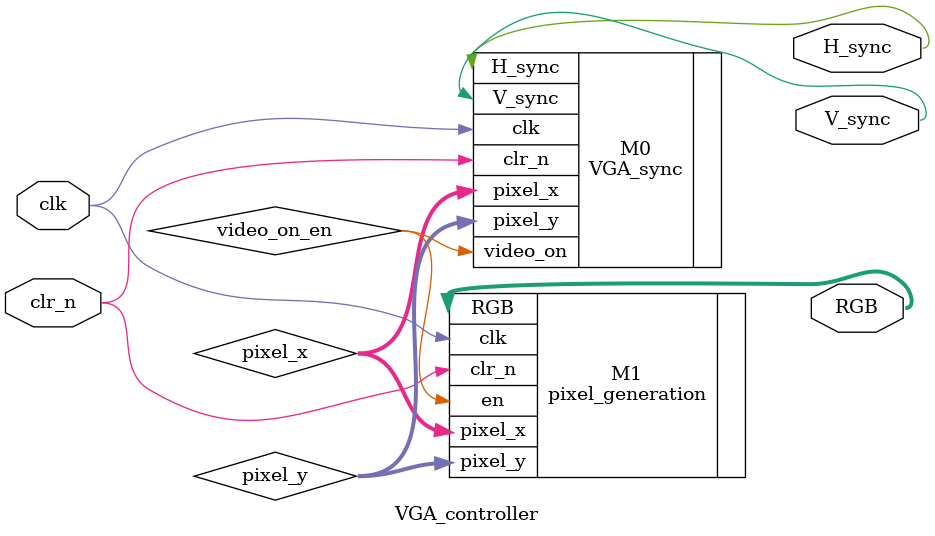
<source format=v>
module VGA_controller
(
	input clk, clr_n,
	output [2 : 0] RGB,
	output H_sync, V_sync
);

//Interconnects...
wire video_on_en;
wire [9 : 0] pixel_x, pixel_y;

//Module instantiations...
VGA_sync M0
(
	.clk(clk),
	.clr_n(clr_n),
	.pixel_x(pixel_x),
	.pixel_y(pixel_y),
	.H_sync(H_sync),
	.V_sync(V_sync),
	.video_on(video_on_en)
);

pixel_generation M1
(
	.clk(clk),
	.pixel_x(pixel_x),
	.pixel_y(pixel_y),
	.en(video_on_en),
	.clr_n(clr_n),
	.RGB(RGB)
);

endmodule
</source>
